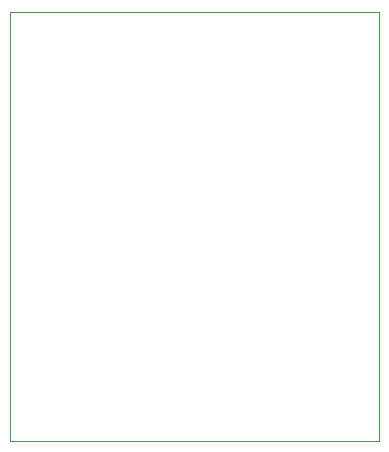
<source format=gm1>
%TF.GenerationSoftware,KiCad,Pcbnew,7.0.1-0*%
%TF.CreationDate,2023-04-20T21:53:40-04:00*%
%TF.ProjectId,Mousy,4d6f7573-792e-46b6-9963-61645f706362,rev?*%
%TF.SameCoordinates,Original*%
%TF.FileFunction,Profile,NP*%
%FSLAX46Y46*%
G04 Gerber Fmt 4.6, Leading zero omitted, Abs format (unit mm)*
G04 Created by KiCad (PCBNEW 7.0.1-0) date 2023-04-20 21:53:40*
%MOMM*%
%LPD*%
G01*
G04 APERTURE LIST*
%TA.AperFunction,Profile*%
%ADD10C,0.100000*%
%TD*%
G04 APERTURE END LIST*
D10*
X177546000Y-54610000D02*
X208788000Y-54610000D01*
X208788000Y-90932000D01*
X177546000Y-90932000D01*
X177546000Y-54610000D01*
M02*

</source>
